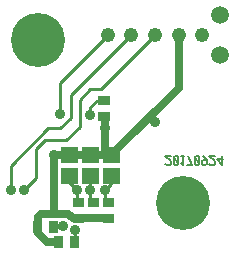
<source format=gbr>
G04 start of page 3 for group 1 idx 1 *
G04 Title: encoder, bottom *
G04 Creator: pcb 20140316 *
G04 CreationDate: Mon 25 Sep 2017 03:55:45 AM GMT UTC *
G04 For: brian *
G04 Format: Gerber/RS-274X *
G04 PCB-Dimensions (mil): 1250.00 1300.00 *
G04 PCB-Coordinate-Origin: lower left *
%MOIN*%
%FSLAX25Y25*%
%LNBOTTOM*%
%ADD37C,0.1285*%
%ADD36C,0.0437*%
%ADD35C,0.0279*%
%ADD34C,0.0200*%
%ADD33C,0.0360*%
%ADD32R,0.0274X0.0274*%
%ADD31R,0.0512X0.0512*%
%ADD30R,0.0295X0.0295*%
%ADD29C,0.1800*%
%ADD28C,0.0597*%
%ADD27C,0.0480*%
%ADD26C,0.0060*%
%ADD25C,0.0250*%
%ADD24C,0.0100*%
G54D24*X104748Y107500D02*X104500Y107252D01*
X81126Y107500D02*X81000Y107374D01*
G54D25*X96874Y89960D02*Y107500D01*
G54D24*X72500Y56000D02*X74500Y58000D01*
Y60457D01*
X73500Y51559D02*X72500Y52559D01*
Y56000D01*
X67500Y52559D02*Y60457D01*
X60500D02*Y58500D01*
G54D25*X55500Y67500D02*Y48000D01*
G54D24*X60500Y58500D02*X63000Y56000D01*
Y52059D02*Y56000D01*
X68500Y51559D02*X67500Y52559D01*
G54D25*X73500Y46441D02*X61559D01*
X74500Y67543D02*X60500D01*
G54D24*X63500Y51559D02*X63000Y52059D01*
X62059Y38500D02*X62500Y38941D01*
Y42500D01*
G54D25*X61559Y46441D02*X60000Y48000D01*
G54D24*X58500Y44000D02*X58000Y43500D01*
X55059D01*
G54D25*X60000Y48000D02*X51000D01*
X49941Y46941D01*
G54D24*X49500Y60000D02*X45500Y56000D01*
G54D25*X49941Y46941D02*Y41559D01*
X53000Y38500D01*
X56941D01*
X89000Y78500D02*X87228Y80272D01*
X74457Y67543D02*X96874Y89960D01*
G54D24*X57300Y91548D02*X73252Y107500D01*
X89000D02*X71000Y89500D01*
X81126Y107500D02*X61000Y87374D01*
G54D25*X72000Y80441D02*X72500Y79941D01*
G54D24*X67500Y81000D02*Y83500D01*
X69559Y85559D01*
X72000D01*
X64000Y86000D02*Y77000D01*
G54D25*X72500Y67543D02*Y79941D01*
G54D24*X57300Y81100D02*Y91548D01*
X71000Y89500D02*X67500D01*
X64000Y86000D01*
X61000Y87374D02*Y80000D01*
X57500Y76500D01*
X53500D01*
X64000Y77000D02*X59500Y72500D01*
X52500D02*X49500Y69500D01*
X53500Y76500D02*X41000Y64000D01*
Y56000D01*
X49500Y69500D02*Y60000D01*
G54D25*X55500Y67500D02*X55543Y67543D01*
X60457D01*
G54D24*X59500Y72500D02*X52500D01*
G54D25*X55457Y67543D02*X55500Y67500D01*
G54D26*X92500Y64610D02*X92870Y64240D01*
X93980D01*
X94350Y64610D01*
Y65350D01*
X92500Y67200D02*X94350Y65350D01*
X92500Y67200D02*X94350D01*
X95238Y66830D02*X95608Y67200D01*
X95238Y64610D02*Y66830D01*
Y64610D02*X95608Y64240D01*
X96348D01*
X96718Y64610D01*
Y66830D01*
X96348Y67200D02*X96718Y66830D01*
X95608Y67200D02*X96348D01*
X95238Y66460D02*X96718Y64980D01*
X97606Y64832D02*X98198Y64240D01*
Y67200D01*
X97606D02*X98716D01*
X99974D02*X101454Y64240D01*
X99604D02*X101454D01*
X102342Y66830D02*X102712Y67200D01*
X102342Y64610D02*Y66830D01*
Y64610D02*X102712Y64240D01*
X103452D01*
X103822Y64610D01*
Y66830D01*
X103452Y67200D02*X103822Y66830D01*
X102712Y67200D02*X103452D01*
X102342Y66460D02*X103822Y64980D01*
X105080Y67200D02*X106190Y65720D01*
Y64610D02*Y65720D01*
X105820Y64240D02*X106190Y64610D01*
X105080Y64240D02*X105820D01*
X104710Y64610D02*X105080Y64240D01*
X104710Y64610D02*Y65350D01*
X105080Y65720D01*
X106190D01*
X107078Y64610D02*X107448Y64240D01*
X108558D01*
X108928Y64610D01*
Y65350D01*
X107078Y67200D02*X108928Y65350D01*
X107078Y67200D02*X108928D01*
X109816Y66090D02*X111296Y64240D01*
X109816Y66090D02*X111666D01*
X111296Y64240D02*Y67200D01*
G54D27*X73252Y107500D03*
X81126D03*
X89000D03*
X96874D03*
X104748D03*
G54D28*X110654Y114193D03*
G54D29*X50000Y106000D03*
G54D28*X110654Y100807D03*
G54D29*X98500Y51500D03*
G54D30*X71508Y85559D02*X72492D01*
X71508Y80441D02*X72492D01*
X73008Y51559D02*X73992D01*
G54D31*X74107Y60457D02*X74893D01*
G54D30*X63008Y51559D02*X63992D01*
X68008D02*X68992D01*
X73008Y46441D02*X73992D01*
X63008D02*X63992D01*
G54D32*X68008D02*X68992D01*
G54D31*X74107Y67543D02*X74893D01*
X67107Y60457D02*X67893D01*
X67107Y67543D02*X67893D01*
X60107Y60457D02*X60893D01*
X60107Y67543D02*X60893D01*
G54D30*X55059Y43992D02*Y43008D01*
X49941Y43992D02*Y43008D01*
X62059Y38992D02*Y38008D01*
X56941Y38992D02*Y38008D01*
G54D33*X67500Y56000D03*
X72500D03*
X63000D03*
X62500Y42500D03*
X58500Y44000D03*
X67500Y81000D03*
X89000Y78500D03*
X72500Y76500D03*
X57300Y81100D03*
X55500Y67500D03*
X45500Y56000D03*
X41000D03*
G54D34*G54D35*G54D36*G54D37*G54D36*G54D37*M02*

</source>
